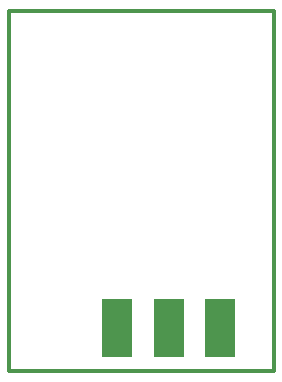
<source format=gbp>
G75*
%MOIN*%
%OFA0B0*%
%FSLAX24Y24*%
%IPPOS*%
%LPD*%
%AMOC8*
5,1,8,0,0,1.08239X$1,22.5*
%
%ADD10C,0.0120*%
%ADD11R,0.1043X0.1969*%
D10*
X000533Y000160D02*
X000533Y012160D01*
X009383Y012160D01*
X009383Y000160D01*
X000533Y000160D01*
D11*
X004133Y001610D03*
X005879Y001610D03*
X007588Y001610D03*
M02*

</source>
